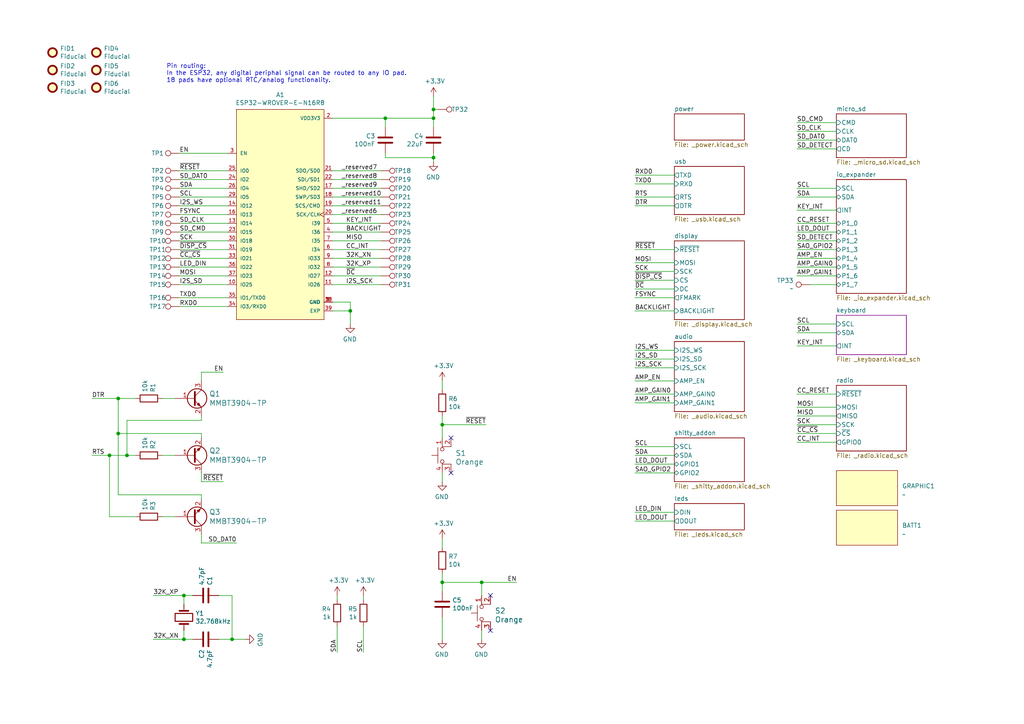
<source format=kicad_sch>
(kicad_sch (version 20230221) (generator eeschema)
  (paper "A4")
  (lib_symbols
    (symbol "Connector:TestPoint" (pin_numbers hide) (pin_names (offset 0.762) hide)
      (property "Reference" "TP" (at 0 6.858 0))
      (property "Value" "TestPoint" (at 0 5.08 0))
      (symbol "TestPoint_0_1"
        (circle (center 0 3.302) (radius 0.762))
      )
      (symbol "TestPoint_1_1"
        (pin passive line (at 0 0 90) (length 2.54) (name "1") (number "1"))
      )
    )
    (symbol "Device:C" (pin_numbers hide) (pin_names (offset 0.254))
      (property "Reference" "C" (at 0.635 2.54 0))
      (property "Value" "C" (at 0.635 -2.54 0))
      (symbol "C_0_1"
        (polyline (pts (xy -2.032 -0.762) (xy 2.032 -0.762)) (stroke (width 0.508)))
        (polyline (pts (xy -2.032 0.762) (xy 2.032 0.762)) (stroke (width 0.508)))
      )
      (symbol "C_1_1"
        (pin passive line (at 0 3.81 270) (length 2.794) (name "~") (number "1"))
        (pin passive line (at 0 -3.81 90) (length 2.794) (name "~") (number "2"))
      )
    )
    (symbol "Device:Crystal" (pin_numbers hide) (pin_names (offset 1.016) hide)
      (property "Reference" "Y" (at 0 3.81 0))
      (property "Value" "Crystal" (at 0 -3.81 0))
      (symbol "Crystal_0_1"
        (rectangle (start -1.143 2.54) (end 1.143 -2.54) (stroke (width 0.3048)))
        (polyline (pts (xy -2.54 0) (xy -1.905 0)))
        (polyline (pts (xy -1.905 -1.27) (xy -1.905 1.27)) (stroke (width 0.508)))
        (polyline (pts (xy 1.905 -1.27) (xy 1.905 1.27)) (stroke (width 0.508)))
        (polyline (pts (xy 2.54 0) (xy 1.905 0)))
      )
      (symbol "Crystal_1_1"
        (pin passive line (at -3.81 0 0) (length 1.27) (name "1") (number "1"))
        (pin passive line (at 3.81 0 180) (length 1.27) (name "2") (number "2"))
      )
    )
    (symbol "Device:Q_NPN_BEC" (pin_names (offset 0) hide)
      (property "Reference" "Q" (at 5.08 1.27 0))
      (property "Value" "Q_NPN_BEC" (at 5.08 -1.27 0))
      (symbol "Q_NPN_BEC_0_1"
        (polyline (pts (xy 0.635 0.635) (xy 2.54 2.54)))
        (polyline (pts (xy 0.635 -0.635) (xy 2.54 -2.54) (xy 2.54 -2.54)))
        (polyline (pts (xy 0.635 1.905) (xy 0.635 -1.905) (xy 0.635 -1.905)) (stroke (width 0.508)))
        (polyline (pts (xy 1.27 -1.778) (xy 1.778 -1.27) (xy 2.286 -2.286) (xy 1.27 -1.778) (xy 1.27 -1.778)) (fill (type outline)))
        (circle (center 1.27 0) (radius 2.8194) (stroke (width 0.254)))
      )
      (symbol "Q_NPN_BEC_1_1"
        (pin input line (at -5.08 0 0) (length 5.715) (name "B") (number "1"))
        (pin passive line (at 2.54 -5.08 90) (length 2.54) (name "E") (number "2"))
        (pin passive line (at 2.54 5.08 270) (length 2.54) (name "C") (number "3"))
      )
    )
    (symbol "Device:R" (pin_numbers hide) (pin_names (offset 0))
      (property "Reference" "R" (at 2.032 0 90))
      (property "Value" "R" (at 0 0 90))
      (symbol "R_0_1"
        (rectangle (start -1.016 -2.54) (end 1.016 2.54) (stroke (width 0.254)))
      )
      (symbol "R_1_1"
        (pin passive line (at 0 3.81 270) (length 1.27) (name "~") (number "1"))
        (pin passive line (at 0 -3.81 90) (length 1.27) (name "~") (number "2"))
      )
    )
    (symbol "Mechanical:Fiducial"
      (property "Reference" "FID" (at 0 5.08 0))
      (property "Value" "Fiducial" (at 0 3.175 0))
      (symbol "Fiducial_0_1"
        (circle (center 0 0) (radius 1.27) (stroke (width 0.508)) (fill (type background)))
      )
    )
    (symbol "Switch:SW_MEC_5E" (pin_names (offset 1.016) hide)
      (property "Reference" "SW" (at 0.635 5.715 0))
      (property "Value" "SW_MEC_5E" (at 0 -3.175 0))
      (symbol "SW_MEC_5E_0_1"
        (circle (center -1.778 2.54) (radius 0.508))
        (polyline (pts (xy -2.286 3.81) (xy 2.286 3.81)))
        (polyline (pts (xy 0 3.81) (xy 0 5.588)))
        (polyline (pts (xy -2.54 0) (xy -2.54 2.54) (xy -2.286 2.54)))
        (polyline (pts (xy 2.54 0) (xy 2.54 2.54) (xy 2.286 2.54)))
        (circle (center 1.778 2.54) (radius 0.508))
        (pin passive line (at -5.08 2.54 0) (length 2.54) (name "1") (number "1"))
        (pin passive line (at -5.08 0 0) (length 2.54) (name "2") (number "2"))
        (pin passive line (at 5.08 0 180) (length 2.54) (name "K") (number "3"))
        (pin passive line (at 5.08 2.54 180) (length 2.54) (name "A") (number "4"))
      )
    )
    (symbol "j_Display:Display_dummy" (pin_names (offset 1.016))
      (property "Reference" "U" (at 0 0 0))
      (property "Value" "Display_dummy" (at 0 0 0))
      (symbol "Display_dummy_0_1"
        (rectangle (start -8.89 5.08) (end 8.89 -5.08) (fill (type background)))
      )
    )
    (symbol "j_RF_Module:ESP32-WROVER-I" (pin_names (offset 1.016))
      (property "Reference" "A" (at -12.7 30.48 0))
      (property "Value" "ESP32-WROVER-I" (at -12.7254 -33.1216 0))
      (symbol "ESP32-WROVER-I_0_0"
        (pin power_in line (at 15.24 -25.4 180) (length 2.54) (name "GND") (number "1"))
        (pin bidirectional line (at -15.24 -20.32 0) (length 2.54) (name "IO25") (number "10"))
        (pin bidirectional line (at 15.24 -20.32 180) (length 2.54) (name "IO26") (number "11"))
        (pin bidirectional line (at 15.24 -17.78 180) (length 2.54) (name "IO27") (number "12"))
        (pin bidirectional line (at -15.24 -2.54 0) (length 2.54) (name "IO14") (number "13"))
        (pin bidirectional line (at -15.24 2.54 0) (length 2.54) (name "IO12") (number "14"))
        (pin power_in line (at 15.24 -25.4 180) (length 2.54) (name "GND") (number "15"))
        (pin bidirectional line (at -15.24 0 0) (length 2.54) (name "IO13") (number "16"))
        (pin bidirectional line (at 15.24 7.62 180) (length 2.54) (name "SHD/SD2") (number "17"))
        (pin bidirectional line (at 15.24 5.08 180) (length 2.54) (name "SWP/SD3") (number "18"))
        (pin bidirectional line (at 15.24 2.54 180) (length 2.54) (name "SCS/CMD") (number "19"))
        (pin power_in line (at 15.24 27.94 180) (length 2.54) (name "VDD3V3") (number "2"))
        (pin bidirectional clock (at 15.24 0 180) (length 2.54) (name "SCK/CLK") (number "20"))
        (pin bidirectional line (at 15.24 12.7 180) (length 2.54) (name "SDO/SD0") (number "21"))
        (pin bidirectional line (at 15.24 10.16 180) (length 2.54) (name "SDI/SD1") (number "22"))
        (pin bidirectional line (at -15.24 -5.08 0) (length 2.54) (name "IO15") (number "23"))
        (pin bidirectional line (at -15.24 10.16 0) (length 2.54) (name "IO2") (number "24"))
        (pin bidirectional line (at -15.24 12.7 0) (length 2.54) (name "IO0") (number "25"))
        (pin bidirectional line (at -15.24 7.62 0) (length 2.54) (name "IO4") (number "26"))
        (pin bidirectional line (at -15.24 5.08 0) (length 2.54) (name "IO5") (number "29"))
        (pin input line (at -15.24 17.78 0) (length 2.54) (name "EN") (number "3"))
        (pin bidirectional line (at -15.24 -7.62 0) (length 2.54) (name "IO18") (number "30"))
        (pin bidirectional line (at -15.24 -10.16 0) (length 2.54) (name "IO19") (number "31"))
        (pin bidirectional line (at -15.24 -12.7 0) (length 2.54) (name "IO21") (number "33"))
        (pin bidirectional line (at -15.24 -26.67 0) (length 2.54) (name "IO3/RXD0") (number "34"))
        (pin bidirectional line (at -15.24 -24.13 0) (length 2.54) (name "IO1/TXD0") (number "35"))
        (pin bidirectional line (at -15.24 -15.24 0) (length 2.54) (name "IO22") (number "36"))
        (pin bidirectional line (at -15.24 -17.78 0) (length 2.54) (name "IO23") (number "37"))
        (pin power_in line (at 15.24 -25.4 180) (length 2.54) (name "GND") (number "38"))
        (pin power_in line (at 15.24 -27.94 180) (length 2.54) (name "EXP") (number "39"))
        (pin input line (at 15.24 -5.08 180) (length 2.54) (name "I36") (number "4"))
        (pin input line (at 15.24 -2.54 180) (length 2.54) (name "I39") (number "5"))
        (pin input line (at 15.24 -10.16 180) (length 2.54) (name "I34") (number "6"))
        (pin input line (at 15.24 -7.62 180) (length 2.54) (name "I35") (number "7"))
        (pin bidirectional line (at 15.24 -15.24 180) (length 2.54) (name "IO32") (number "8"))
        (pin bidirectional line (at 15.24 -12.7 180) (length 2.54) (name "IO33") (number "9"))
      )
      (symbol "ESP32-WROVER-I_1_1"
        (rectangle (start -12.7 30.48) (end -12.7 30.48))
        (rectangle (start -12.7 30.48) (end 12.7 -30.48) (fill (type background)))
      )
    )
    (symbol "power:+3.3V" (power) (pin_names (offset 0))
      (property "Value" "+3.3V" (at 0 3.556 0))
      (symbol "+3.3V_0_1"
        (polyline (pts (xy -0.762 1.27) (xy 0 2.54)))
        (polyline (pts (xy 0 0) (xy 0 2.54)))
        (polyline (pts (xy 0 2.54) (xy 0.762 1.27)))
      )
      (symbol "+3.3V_1_1"
        (pin power_in line (at 0 0 90) (length 0) hide (name "+3.3V") (number "1"))
      )
    )
    (symbol "power:GND" (power) (pin_names (offset 0))
      (property "Value" "GND" (at 0 -3.81 0))
      (symbol "GND_0_1"
        (polyline (pts (xy 0 0) (xy 0 -1.27) (xy 1.27 -1.27) (xy 0 -2.54) (xy -1.27 -1.27) (xy 0 -1.27)))
      )
      (symbol "GND_1_1"
        (pin power_in line (at 0 0 270) (length 0) hide (name "GND") (number "1"))
      )
    )
  )
  (junction (at 128.27 168.91))
  (junction (at 128.27 123.19))
  (junction (at 34.29 115.57))
  (junction (at 125.73 31.75))
  (junction (at 101.6 90.17))
  (junction (at 125.73 45.72))
  (junction (at 53.34 185.42))
  (junction (at 67.31 185.42))
  (junction (at 125.73 34.29))
  (junction (at 36.83 132.08))
  (junction (at 53.34 172.72))
  (junction (at 139.7 168.91))
  (junction (at 111.76 34.29))
  (junction (at 34.29 125.73))
  (junction (at 31.75 132.08))
  (no_connect (at 130.81 137.16))
  (no_connect (at 142.24 172.72))
  (no_connect (at 130.81 127))
  (no_connect (at 142.24 182.88))
  (wire (pts (xy 195.58 129.54) (xy 184.15 129.54)))
  (wire (pts (xy 128.27 166.37) (xy 128.27 168.91)))
  (wire (pts (xy 242.57 120.65) (xy 231.14 120.65)))
  (wire (pts (xy 105.41 181.61) (xy 105.41 189.23)))
  (wire (pts (xy 125.73 46.99) (xy 125.73 45.72)))
  (wire (pts (xy 53.34 182.88) (xy 53.34 185.42)))
  (wire (pts (xy 55.88 185.42) (xy 53.34 185.42)))
  (wire (pts (xy 58.42 139.7) (xy 64.77 139.7)))
  (wire (pts (xy 242.57 72.39) (xy 231.14 72.39)))
  (wire (pts (xy 242.57 74.93) (xy 231.14 74.93)))
  (wire (pts (xy 52.07 82.55) (xy 66.04 82.55)))
  (wire (pts (xy 195.58 59.69) (xy 184.15 59.69)))
  (wire (pts (xy 67.31 185.42) (xy 67.31 172.72)))
  (wire (pts (xy 66.04 54.61) (xy 52.07 54.61)))
  (wire (pts (xy 184.15 57.15) (xy 195.58 57.15)))
  (wire (pts (xy 58.42 121.92) (xy 36.83 121.92)))
  (wire (pts (xy 96.52 57.15) (xy 110.49 57.15)))
  (wire (pts (xy 58.42 143.51) (xy 58.42 144.78)))
  (wire (pts (xy 58.42 107.95) (xy 64.77 107.95)))
  (wire (pts (xy 52.07 88.9) (xy 66.04 88.9)))
  (wire (pts (xy 50.8 149.86) (xy 46.99 149.86)))
  (wire (pts (xy 67.31 185.42) (xy 71.12 185.42)))
  (wire (pts (xy 184.15 132.08) (xy 195.58 132.08)))
  (wire (pts (xy 111.76 34.29) (xy 111.76 36.83)))
  (wire (pts (xy 66.04 67.31) (xy 52.07 67.31)))
  (wire (pts (xy 184.15 134.62) (xy 195.58 134.62)))
  (wire (pts (xy 231.14 60.96) (xy 242.57 60.96)))
  (wire (pts (xy 128.27 168.91) (xy 128.27 171.45)))
  (wire (pts (xy 128.27 137.16) (xy 128.27 139.7)))
  (wire (pts (xy 55.88 172.72) (xy 53.34 172.72)))
  (wire (pts (xy 128.27 156.21) (xy 128.27 158.75)))
  (wire (pts (xy 231.14 114.3) (xy 242.57 114.3)))
  (wire (pts (xy 125.73 44.45) (xy 125.73 45.72)))
  (wire (pts (xy 195.58 81.28) (xy 184.15 81.28)))
  (wire (pts (xy 195.58 110.49) (xy 184.15 110.49)))
  (wire (pts (xy 242.57 118.11) (xy 231.14 118.11)))
  (wire (pts (xy 139.7 168.91) (xy 139.7 172.72)))
  (wire (pts (xy 66.04 69.85) (xy 52.07 69.85)))
  (wire (pts (xy 96.52 54.61) (xy 110.49 54.61)))
  (wire (pts (xy 105.41 172.72) (xy 105.41 173.99)))
  (wire (pts (xy 242.57 82.55) (xy 234.95 82.55)))
  (wire (pts (xy 231.14 77.47) (xy 242.57 77.47)))
  (wire (pts (xy 67.31 172.72) (xy 63.5 172.72)))
  (wire (pts (xy 231.14 43.18) (xy 242.57 43.18)))
  (wire (pts (xy 231.14 35.56) (xy 242.57 35.56)))
  (wire (pts (xy 139.7 185.42) (xy 139.7 182.88)))
  (wire (pts (xy 96.52 62.23) (xy 110.49 62.23)))
  (wire (pts (xy 58.42 125.73) (xy 34.29 125.73)))
  (wire (pts (xy 231.14 38.1) (xy 242.57 38.1)))
  (wire (pts (xy 139.7 168.91) (xy 149.86 168.91)))
  (wire (pts (xy 52.07 86.36) (xy 66.04 86.36)))
  (wire (pts (xy 128.27 123.19) (xy 128.27 127)))
  (wire (pts (xy 58.42 143.51) (xy 34.29 143.51)))
  (wire (pts (xy 96.52 64.77) (xy 110.49 64.77)))
  (wire (pts (xy 34.29 125.73) (xy 34.29 115.57)))
  (wire (pts (xy 128.27 120.65) (xy 128.27 123.19)))
  (wire (pts (xy 195.58 72.39) (xy 184.15 72.39)))
  (wire (pts (xy 36.83 132.08) (xy 31.75 132.08)))
  (wire (pts (xy 184.15 137.16) (xy 195.58 137.16)))
  (wire (pts (xy 53.34 172.72) (xy 44.45 172.72)))
  (wire (pts (xy 96.52 59.69) (xy 110.49 59.69)))
  (wire (pts (xy 97.79 181.61) (xy 97.79 189.23)))
  (wire (pts (xy 58.42 125.73) (xy 58.42 127)))
  (wire (pts (xy 128.27 179.07) (xy 128.27 185.42)))
  (wire (pts (xy 195.58 76.2) (xy 184.15 76.2)))
  (wire (pts (xy 53.34 175.26) (xy 53.34 172.72)))
  (wire (pts (xy 39.37 132.08) (xy 36.83 132.08)))
  (wire (pts (xy 52.07 49.53) (xy 66.04 49.53)))
  (wire (pts (xy 66.04 74.93) (xy 52.07 74.93)))
  (wire (pts (xy 96.52 77.47) (xy 110.49 77.47)))
  (wire (pts (xy 184.15 114.3) (xy 195.58 114.3)))
  (wire (pts (xy 52.07 52.07) (xy 66.04 52.07)))
  (wire (pts (xy 96.52 69.85) (xy 110.49 69.85)))
  (wire (pts (xy 128.27 113.03) (xy 128.27 110.49)))
  (wire (pts (xy 96.52 67.31) (xy 110.49 67.31)))
  (wire (pts (xy 36.83 121.92) (xy 36.83 132.08)))
  (wire (pts (xy 66.04 64.77) (xy 52.07 64.77)))
  (wire (pts (xy 111.76 34.29) (xy 125.73 34.29)))
  (wire (pts (xy 195.58 104.14) (xy 184.15 104.14)))
  (wire (pts (xy 96.52 72.39) (xy 110.49 72.39)))
  (wire (pts (xy 111.76 44.45) (xy 111.76 45.72)))
  (wire (pts (xy 96.52 90.17) (xy 101.6 90.17)))
  (wire (pts (xy 111.76 45.72) (xy 125.73 45.72)))
  (wire (pts (xy 58.42 107.95) (xy 58.42 110.49)))
  (wire (pts (xy 58.42 137.16) (xy 58.42 139.7)))
  (wire (pts (xy 31.75 149.86) (xy 31.75 132.08)))
  (wire (pts (xy 66.04 72.39) (xy 52.07 72.39)))
  (wire (pts (xy 96.52 49.53) (xy 110.49 49.53)))
  (wire (pts (xy 195.58 151.13) (xy 184.15 151.13)))
  (wire (pts (xy 184.15 90.17) (xy 195.58 90.17)))
  (wire (pts (xy 53.34 185.42) (xy 44.45 185.42)))
  (wire (pts (xy 125.73 31.75) (xy 125.73 34.29)))
  (wire (pts (xy 242.57 125.73) (xy 231.14 125.73)))
  (wire (pts (xy 96.52 34.29) (xy 111.76 34.29)))
  (wire (pts (xy 101.6 90.17) (xy 101.6 93.98)))
  (wire (pts (xy 195.58 86.36) (xy 184.15 86.36)))
  (wire (pts (xy 101.6 87.63) (xy 101.6 90.17)))
  (wire (pts (xy 52.07 57.15) (xy 66.04 57.15)))
  (wire (pts (xy 52.07 44.45) (xy 66.04 44.45)))
  (wire (pts (xy 195.58 50.8) (xy 184.15 50.8)))
  (wire (pts (xy 66.04 77.47) (xy 52.07 77.47)))
  (wire (pts (xy 31.75 132.08) (xy 26.67 132.08)))
  (wire (pts (xy 128.27 168.91) (xy 139.7 168.91)))
  (wire (pts (xy 31.75 149.86) (xy 39.37 149.86)))
  (wire (pts (xy 96.52 80.01) (xy 110.49 80.01)))
  (wire (pts (xy 96.52 74.93) (xy 110.49 74.93)))
  (wire (pts (xy 34.29 115.57) (xy 26.67 115.57)))
  (wire (pts (xy 184.15 116.84) (xy 195.58 116.84)))
  (wire (pts (xy 242.57 128.27) (xy 231.14 128.27)))
  (wire (pts (xy 195.58 106.68) (xy 184.15 106.68)))
  (wire (pts (xy 34.29 115.57) (xy 39.37 115.57)))
  (wire (pts (xy 231.14 100.33) (xy 242.57 100.33)))
  (wire (pts (xy 195.58 78.74) (xy 184.15 78.74)))
  (wire (pts (xy 125.73 34.29) (xy 125.73 36.83)))
  (wire (pts (xy 231.14 57.15) (xy 242.57 57.15)))
  (wire (pts (xy 97.79 172.72) (xy 97.79 173.99)))
  (wire (pts (xy 128.27 123.19) (xy 140.97 123.19)))
  (wire (pts (xy 242.57 69.85) (xy 231.14 69.85)))
  (wire (pts (xy 231.14 96.52) (xy 242.57 96.52)))
  (wire (pts (xy 96.52 52.07) (xy 110.49 52.07)))
  (wire (pts (xy 58.42 154.94) (xy 58.42 157.48)))
  (wire (pts (xy 58.42 120.65) (xy 58.42 121.92)))
  (wire (pts (xy 66.04 59.69) (xy 52.07 59.69)))
  (wire (pts (xy 58.42 157.48) (xy 68.58 157.48)))
  (wire (pts (xy 231.14 80.01) (xy 242.57 80.01)))
  (wire (pts (xy 195.58 53.34) (xy 184.15 53.34)))
  (wire (pts (xy 50.8 115.57) (xy 46.99 115.57)))
  (wire (pts (xy 231.14 54.61) (xy 242.57 54.61)))
  (wire (pts (xy 242.57 123.19) (xy 231.14 123.19)))
  (wire (pts (xy 231.14 67.31) (xy 242.57 67.31)))
  (wire (pts (xy 195.58 101.6) (xy 184.15 101.6)))
  (wire (pts (xy 66.04 80.01) (xy 52.07 80.01)))
  (wire (pts (xy 50.8 132.08) (xy 46.99 132.08)))
  (wire (pts (xy 231.14 93.98) (xy 242.57 93.98)))
  (wire (pts (xy 34.29 125.73) (xy 34.29 143.51)))
  (wire (pts (xy 127 31.75) (xy 125.73 31.75)))
  (wire (pts (xy 66.04 62.23) (xy 52.07 62.23)))
  (wire (pts (xy 242.57 64.77) (xy 231.14 64.77)))
  (wire (pts (xy 125.73 27.94) (xy 125.73 31.75)))
  (wire (pts (xy 231.14 40.64) (xy 242.57 40.64)))
  (wire (pts (xy 195.58 83.82) (xy 184.15 83.82)))
  (wire (pts (xy 110.49 82.55) (xy 96.52 82.55)))
  (wire (pts (xy 96.52 87.63) (xy 101.6 87.63)))
  (wire (pts (xy 195.58 148.59) (xy 184.15 148.59)))
  (wire (pts (xy 63.5 185.42) (xy 67.31 185.42)))
  (text "Pin routing:\nIn the ESP32, any digital periphal signal can be routed to any IO pad.\n18 pads have optional RTC/analog functionality." (at 48.26 24.13 0) (effects (font (size 1.27 1.27)) (justify left bottom)))
  (label "SD_CMD" (at 52.07 67.31 0))
  (label "~{RESET}" (at 184.15 72.39 0))
  (label "I2S_SCK" (at 100.33 82.55 0))
  (label "FSYNC" (at 52.07 62.23 0))
  (label "I2S_SD" (at 52.07 82.55 0))
  (label "AMP_EN" (at 184.15 110.49 0))
  (label "AMP_GAIN0" (at 231.14 77.47 0))
  (label "SD_CLK" (at 52.07 64.77 0))
  (label "EN" (at 64.77 107.95 180))
  (label "CC_RESET" (at 231.14 64.77 0))
  (label "SCL" (at 231.14 54.61 0))
  (label "SD_DAT0" (at 52.07 52.07 0))
  (label "~{RESET}" (at 140.97 123.19 180))
  (label "MOSI" (at 231.14 118.11 0))
  (label "LED_DOUT" (at 184.15 151.13 0))
  (label "DTR" (at 26.67 115.57 0))
  (label "~{CC_CS}" (at 52.07 74.93 0))
  (label "BACKLIGHT" (at 184.15 90.17 0))
  (label "KEY_INT" (at 231.14 100.33 0))
  (label "MISO" (at 231.14 120.65 0))
  (label "KEY_INT" (at 100.33 64.77 0))
  (label "SDA" (at 231.14 57.15 0))
  (label "AMP_GAIN1" (at 231.14 80.01 0))
  (label "SD_DETECT" (at 231.14 69.85 0))
  (label "EN" (at 52.07 44.45 0))
  (label "_reserved11" (at 99.06 59.69 0))
  (label "SCK" (at 231.14 123.19 0))
  (label "SCL" (at 184.15 129.54 0))
  (label "CC_INT" (at 231.14 128.27 0))
  (label "SCK" (at 52.07 69.85 0))
  (label "_reserved9" (at 99.06 54.61 0))
  (label "MISO" (at 100.33 69.85 0))
  (label "AMP_EN" (at 231.14 74.93 0))
  (label "_reserved6" (at 99.06 62.23 0))
  (label "MOSI" (at 52.07 80.01 0))
  (label "SDA" (at 52.07 54.61 0))
  (label "_reserved10" (at 99.06 57.15 0))
  (label "SDA" (at 231.14 96.52 0))
  (label "EN" (at 149.86 168.91 180))
  (label "~{RESET}" (at 64.77 139.7 180))
  (label "SCL" (at 52.07 57.15 0))
  (label "SCL" (at 105.41 189.23 90))
  (label "LED_DOUT" (at 231.14 67.31 0))
  (label "_reserved7" (at 99.06 49.53 0))
  (label "MOSI" (at 184.15 76.2 0))
  (label "RTS" (at 184.15 57.15 0))
  (label "LED_DIN" (at 52.07 77.47 0))
  (label "I2S_WS" (at 184.15 101.6 0))
  (label "I2S_SD" (at 184.15 104.14 0))
  (label "~{CC_CS}" (at 231.14 125.73 0))
  (label "SD_DETECT" (at 231.14 43.18 0))
  (label "SDA" (at 97.79 189.23 90))
  (label "AMP_GAIN1" (at 184.15 116.84 0))
  (label "32K_XN" (at 44.45 185.42 0))
  (label "~{RESET}" (at 52.07 49.53 0))
  (label "RTS" (at 26.67 132.08 0))
  (label "I2S_WS" (at 52.07 59.69 0))
  (label "BACKLIGHT" (at 100.33 67.31 0))
  (label "~{DC}" (at 100.33 80.01 0))
  (label "~{DISP_CS}" (at 52.07 72.39 0))
  (label "I2S_SCK" (at 184.15 106.68 0))
  (label "DTR" (at 184.15 59.69 0))
  (label "LED_DIN" (at 184.15 148.59 0))
  (label "~{DISP_CS}" (at 184.15 81.28 0))
  (label "32K_XN" (at 100.33 74.93 0))
  (label "SD_CMD" (at 231.14 35.56 0))
  (label "~{DC}" (at 184.15 83.82 0))
  (label "SD_DAT0" (at 231.14 40.64 0))
  (label "SAO_GPIO2" (at 184.15 137.16 0))
  (label "32K_XP" (at 44.45 172.72 0))
  (label "LED_DOUT" (at 184.15 134.62 0))
  (label "CC_RESET" (at 231.14 114.3 0))
  (label "SDA" (at 184.15 132.08 0))
  (label "SD_CLK" (at 231.14 38.1 0))
  (label "SAO_GPIO2" (at 231.14 72.39 0))
  (label "SD_DAT0" (at 68.58 157.48 180))
  (label "RXD0" (at 52.07 88.9 0))
  (label "CC_INT" (at 100.33 72.39 0))
  (label "KEY_INT" (at 231.14 60.96 0))
  (label "_reserved8" (at 99.06 52.07 0))
  (label "AMP_GAIN0" (at 184.15 114.3 0))
  (label "FSYNC" (at 184.15 86.36 0))
  (label "TXD0" (at 52.07 86.36 0))
  (label "SCL" (at 231.14 93.98 0))
  (label "SCK" (at 184.15 78.74 0))
  (label "32K_XP" (at 100.33 77.47 0))
  (label "RXD0" (at 184.15 50.8 0))
  (label "TXD0" (at 184.15 53.34 0))
  (symbol (lib_id "j_RF_Module:ESP32-WROVER-I") (at 81.28 62.23 0) (unit 1)
    (property "Reference" "A1" (at 81.28 27.5082 0))
    (property "Value" "ESP32-WROVER-E-N16R8" (at 81.28 29.8196 0))
    (property "Footprint" "jeffmakes-footprints:ESP32-WROVER-I" (effects hide))
    (property "Datasheet" "Module Espressif Systems" (effects hide))
    (property "Field4" "https://www.digikey.com/product-detail/en/espressif-systems/ESP32-WROVER-I/1904-1008-1-ND/8544303?utm_source=snapeda&utm_medium=aggregator&utm_campaign=symbol" (effects hide))
    (property "MPN" "ESP32-WROVER-E-N16R8" (effects hide))
    (property "Field6" "Module: combo; GPIO, I2C x2, I2S x2, SDIO, SPI x3, UART x3; U.FL" (effects hide))
    (property "Manufacturer" "Espressif" (effects hide))
    (property "Digikey" "1965-ESP32-WROVER-E-N16R8TR-ND" (effects hide))
    (property "LCSC" "C529589" (effects hide))
  )
  (symbol (lib_id "power:+3.3V") (at 97.79 172.72 0) (unit 1)
    (property "Reference" "#PWR02" (effects hide))
    (property "Value" "+3.3V" (at 98.171 168.3258 0))
  )
  (symbol (lib_id "Device:R") (at 97.79 177.8 0) (mirror y) (unit 1)
    (property "Reference" "R4" (at 96.012 176.6316 0) (effects (justify left)))
    (property "Value" "1k" (at 96.012 178.943 0) (effects (justify left)))
    (property "Footprint" "Resistor_SMD:R_0402_1005Metric" (effects hide))
  )
  (symbol (lib_id "Device:R") (at 105.41 177.8 0) (mirror y) (unit 1)
    (property "Reference" "R5" (at 103.632 176.6316 0) (effects (justify left)))
    (property "Value" "1k" (at 103.632 178.943 0) (effects (justify left)))
    (property "Footprint" "Resistor_SMD:R_0402_1005Metric" (effects hide))
  )
  (symbol (lib_id "power:+3.3V") (at 105.41 172.72 0) (unit 1)
    (property "Reference" "#PWR04" (effects hide))
    (property "Value" "+3.3V" (at 105.791 168.3258 0))
  )
  (symbol (lib_id "power:+3.3V") (at 128.27 156.21 0) (unit 1)
    (property "Reference" "#PWR09" (effects hide))
    (property "Value" "+3.3V" (at 128.651 151.8158 0))
  )
  (symbol (lib_id "Device:R") (at 128.27 162.56 0) (unit 1)
    (property "Reference" "R7" (at 130.048 161.3916 0) (effects (justify left)))
    (property "Value" "10k" (at 130.048 163.703 0) (effects (justify left)))
    (property "Footprint" "Resistor_SMD:R_0402_1005Metric" (effects hide))
  )
  (symbol (lib_id "Device:Q_NPN_BEC") (at 55.88 115.57 0) (unit 1)
    (property "Reference" "Q1" (at 60.6552 114.2238 0) (effects (font (size 1.524 1.524)) (justify left)))
    (property "Value" "MMBT3904-TP" (at 60.6552 116.9162 0) (effects (font (size 1.524 1.524)) (justify left)))
    (property "Footprint" "Package_TO_SOT_SMD:SOT-23" (effects hide))
    (property "Digi-Key_PN" "MMBT3904TPMSCT-ND" (effects hide))
    (property "MPN" "MMBT3904-TP" (effects hide))
    (property "Category" "Discrete Semiconductor Products" (effects hide))
    (property "Family" "Transistors - Bipolar (BJT) - Single" (effects hide))
    (property "DK_Datasheet_Link" "http://www.mccsemi.com/up_pdf/MMBT3904(SOT-23).pdf" (effects hide))
    (property "DK_Detail_Page" "/product-detail/en/micro-commercial-co/MMBT3904-TP/MMBT3904TPMSCT-ND/717395" (effects hide))
    (property "Description" "TRANS NPN 40V 0.2A SOT23" (effects hide))
    (property "Manufacturer" "Micro Commercial Co" (effects hide))
    (property "Status" "Active" (effects hide))
    (property "LCSC" "C909754" (effects hide))
  )
  (symbol (lib_id "Device:Q_NPN_BEC") (at 55.88 132.08 0) (mirror x) (unit 1)
    (property "Reference" "Q2" (at 60.6552 130.7338 0) (effects (font (size 1.524 1.524)) (justify left)))
    (property "Value" "MMBT3904-TP" (at 60.6552 133.4262 0) (effects (font (size 1.524 1.524)) (justify left)))
    (property "Footprint" "Package_TO_SOT_SMD:SOT-23" (effects hide))
    (property "Digi-Key_PN" "MMBT3904TPMSCT-ND" (effects hide))
    (property "MPN" "MMBT3904-TP" (effects hide))
    (property "Category" "Discrete Semiconductor Products" (effects hide))
    (property "Family" "Transistors - Bipolar (BJT) - Single" (effects hide))
    (property "DK_Datasheet_Link" "http://www.mccsemi.com/up_pdf/MMBT3904(SOT-23).pdf" (effects hide))
    (property "DK_Detail_Page" "/product-detail/en/micro-commercial-co/MMBT3904-TP/MMBT3904TPMSCT-ND/717395" (effects hide))
    (property "Description" "TRANS NPN 40V 0.2A SOT23" (effects hide))
    (property "Manufacturer" "Micro Commercial Co" (effects hide))
    (property "Status" "Active" (effects hide))
    (property "LCSC" "C909754" (effects hide))
  )
  (symbol (lib_id "Device:R") (at 43.18 115.57 270) (mirror x) (unit 1)
    (property "Reference" "R1" (at 44.3484 113.792 0) (effects (justify left)))
    (property "Value" "10k" (at 42.037 113.792 0) (effects (justify left)))
    (property "Footprint" "Resistor_SMD:R_0402_1005Metric" (effects hide))
  )
  (symbol (lib_id "Device:Crystal") (at 53.34 179.07 270) (unit 1)
    (property "Reference" "Y1" (at 56.6674 177.9016 90) (effects (justify left)))
    (property "Value" "32.768kHz" (at 56.6674 180.213 90) (effects (justify left)))
    (property "Footprint" "Crystal:Crystal_SMD_3215-2Pin_3.2x1.5mm" (effects hide))
    (property "MPN" "Q13FC1350000200" (effects hide))
    (property "LCSC" "C48615" (effects hide))
    (property "Manufacturer" "Seiko Epson" (effects hide))
  )
  (symbol (lib_id "Device:C") (at 59.69 172.72 270) (mirror x) (unit 1)
    (property "Reference" "C1" (at 60.8584 169.799 0) (effects (justify left)))
    (property "Value" "4.7pF" (at 58.547 169.799 0) (effects (justify left)))
    (property "Footprint" "Capacitor_SMD:C_0402_1005Metric" (effects hide))
    (property "Tempco" "C0G" (effects hide))
  )
  (symbol (lib_id "Device:Q_NPN_BEC") (at 55.88 149.86 0) (mirror x) (unit 1)
    (property "Reference" "Q3" (at 60.6552 148.5138 0) (effects (font (size 1.524 1.524)) (justify left)))
    (property "Value" "MMBT3904-TP" (at 60.6552 151.2062 0) (effects (font (size 1.524 1.524)) (justify left)))
    (property "Footprint" "Package_TO_SOT_SMD:SOT-23" (effects hide))
    (property "Digi-Key_PN" "MMBT3904TPMSCT-ND" (effects hide))
    (property "MPN" "MMBT3904-TP" (effects hide))
    (property "Category" "Discrete Semiconductor Products" (effects hide))
    (property "Family" "Transistors - Bipolar (BJT) - Single" (effects hide))
    (property "DK_Datasheet_Link" "http://www.mccsemi.com/up_pdf/MMBT3904(SOT-23).pdf" (effects hide))
    (property "DK_Detail_Page" "/product-detail/en/micro-commercial-co/MMBT3904-TP/MMBT3904TPMSCT-ND/717395" (effects hide))
    (property "Description" "TRANS NPN 40V 0.2A SOT23" (effects hide))
    (property "Manufacturer" "Micro Commercial Co" (effects hide))
    (property "Status" "Active" (effects hide))
    (property "LCSC" "C909754" (effects hide))
  )
  (symbol (lib_id "Device:R") (at 43.18 149.86 270) (mirror x) (unit 1)
    (property "Reference" "R3" (at 44.3484 148.082 0) (effects (justify left)))
    (property "Value" "10k" (at 42.037 148.082 0) (effects (justify left)))
    (property "Footprint" "Resistor_SMD:R_0402_1005Metric" (effects hide))
  )
  (symbol (lib_id "Connector:TestPoint") (at 52.07 44.45 90) (unit 1) (in_bom no)
    (property "Reference" "TP1" (at 45.72 44.45 90))
    (property "Footprint" "jeffmakes-footprints:test-pad-D1.4" (effects hide))
  )
  (symbol (lib_id "Connector:TestPoint") (at 52.07 49.53 90) (unit 1) (in_bom no)
    (property "Reference" "TP2" (at 45.72 49.53 90))
    (property "Footprint" "jeffmakes-footprints:test-pad-D1.4" (effects hide))
  )
  (symbol (lib_id "Connector:TestPoint") (at 52.07 52.07 90) (unit 1) (in_bom no)
    (property "Reference" "TP3" (at 45.72 52.07 90))
    (property "Footprint" "jeffmakes-footprints:test-pad-D1.4" (effects hide))
  )
  (symbol (lib_id "Connector:TestPoint") (at 52.07 54.61 90) (unit 1) (in_bom no)
    (property "Reference" "TP4" (at 45.72 54.61 90))
    (property "Footprint" "jeffmakes-footprints:test-pad-D1.4" (effects hide))
  )
  (symbol (lib_id "Connector:TestPoint") (at 52.07 57.15 90) (unit 1) (in_bom no)
    (property "Reference" "TP5" (at 45.72 57.15 90))
    (property "Footprint" "jeffmakes-footprints:test-pad-D1.4" (effects hide))
  )
  (symbol (lib_id "Connector:TestPoint") (at 52.07 67.31 90) (unit 1) (in_bom no)
    (property "Reference" "TP9" (at 45.72 67.31 90))
    (property "Footprint" "jeffmakes-footprints:test-pad-D1.4" (effects hide))
  )
  (symbol (lib_id "Connector:TestPoint") (at 52.07 69.85 90) (unit 1) (in_bom no)
    (property "Reference" "TP10" (at 45.72 69.85 90))
    (property "Footprint" "jeffmakes-footprints:test-pad-D1.4" (effects hide))
  )
  (symbol (lib_id "Connector:TestPoint") (at 52.07 72.39 90) (unit 1) (in_bom no)
    (property "Reference" "TP11" (at 45.72 72.39 90))
    (property "Footprint" "jeffmakes-footprints:test-pad-D1.4" (effects hide))
  )
  (symbol (lib_id "Connector:TestPoint") (at 52.07 74.93 90) (unit 1) (in_bom no)
    (property "Reference" "TP12" (at 45.72 74.93 90))
    (property "Footprint" "jeffmakes-footprints:test-pad-D1.4" (effects hide))
  )
  (symbol (lib_id "Connector:TestPoint") (at 52.07 80.01 90) (unit 1) (in_bom no)
    (property "Reference" "TP14" (at 45.72 80.01 90))
    (property "Footprint" "jeffmakes-footprints:test-pad-D1.4" (effects hide))
  )
  (symbol (lib_id "Connector:TestPoint") (at 110.49 62.23 270) (unit 1) (in_bom no)
    (property "Reference" "TP23" (at 116.84 62.23 90))
    (property "Footprint" "jeffmakes-footprints:test-pad-D1.4" (effects hide))
  )
  (symbol (lib_id "Connector:TestPoint") (at 110.49 67.31 270) (unit 1) (in_bom no)
    (property "Reference" "TP25" (at 116.84 67.31 90))
    (property "Footprint" "jeffmakes-footprints:test-pad-D1.4" (effects hide))
  )
  (symbol (lib_id "Connector:TestPoint") (at 110.49 69.85 270) (unit 1) (in_bom no)
    (property "Reference" "TP26" (at 116.84 69.85 90))
    (property "Footprint" "jeffmakes-footprints:test-pad-D1.4" (effects hide))
  )
  (symbol (lib_id "Connector:TestPoint") (at 110.49 74.93 270) (unit 1) (in_bom no)
    (property "Reference" "TP28" (at 116.84 74.93 90))
    (property "Footprint" "jeffmakes-footprints:test-pad-D1.4" (effects hide))
  )
  (symbol (lib_id "Connector:TestPoint") (at 110.49 77.47 270) (unit 1) (in_bom no)
    (property "Reference" "TP29" (at 116.84 77.47 90))
    (property "Footprint" "jeffmakes-footprints:test-pad-D1.4" (effects hide))
  )
  (symbol (lib_id "Connector:TestPoint") (at 110.49 80.01 270) (unit 1) (in_bom no)
    (property "Reference" "TP30" (at 116.84 80.01 90))
    (property "Footprint" "jeffmakes-footprints:test-pad-D1.4" (effects hide))
  )
  (symbol (lib_id "Connector:TestPoint") (at 110.49 82.55 270) (unit 1) (in_bom no)
    (property "Reference" "TP31" (at 116.84 82.55 90))
    (property "Footprint" "jeffmakes-footprints:test-pad-D1.4" (effects hide))
  )
  (symbol (lib_id "Mechanical:Fiducial") (at 15.24 15.24 0) (unit 1) (in_bom no)
    (property "Reference" "FID1" (at 17.399 14.0716 0) (effects (justify left)))
    (property "Value" "Fiducial" (at 17.399 16.383 0) (effects (justify left)))
    (property "Footprint" "Fiducial:Fiducial_1mm_Mask2mm" (effects hide))
  )
  (symbol (lib_id "Mechanical:Fiducial") (at 15.24 20.32 0) (unit 1) (in_bom no)
    (property "Reference" "FID2" (at 17.399 19.1516 0) (effects (justify left)))
    (property "Value" "Fiducial" (at 17.399 21.463 0) (effects (justify left)))
    (property "Footprint" "Fiducial:Fiducial_1mm_Mask2mm" (effects hide))
  )
  (symbol (lib_id "Mechanical:Fiducial") (at 15.24 25.4 0) (unit 1) (in_bom no)
    (property "Reference" "FID3" (at 17.399 24.2316 0) (effects (justify left)))
    (property "Value" "Fiducial" (at 17.399 26.543 0) (effects (justify left)))
    (property "Footprint" "Fiducial:Fiducial_1mm_Mask2mm" (effects hide))
  )
  (symbol (lib_id "Mechanical:Fiducial") (at 27.94 15.24 0) (unit 1) (in_bom no)
    (property "Reference" "FID4" (at 30.099 14.0716 0) (effects (justify left)))
    (property "Value" "Fiducial" (at 30.099 16.383 0) (effects (justify left)))
    (property "Footprint" "Fiducial:Fiducial_1mm_Mask2mm" (effects hide))
  )
  (symbol (lib_id "Mechanical:Fiducial") (at 27.94 20.32 0) (unit 1) (in_bom no)
    (property "Reference" "FID5" (at 30.099 19.1516 0) (effects (justify left)))
    (property "Value" "Fiducial" (at 30.099 21.463 0) (effects (justify left)))
    (property "Footprint" "Fiducial:Fiducial_1mm_Mask2mm" (effects hide))
  )
  (symbol (lib_id "Mechanical:Fiducial") (at 27.94 25.4 0) (unit 1) (in_bom no)
    (property "Reference" "FID6" (at 30.099 24.2316 0) (effects (justify left)))
    (property "Value" "Fiducial" (at 30.099 26.543 0) (effects (justify left)))
    (property "Footprint" "Fiducial:Fiducial_1mm_Mask2mm" (effects hide))
  )
  (symbol (lib_id "Switch:SW_MEC_5E") (at 130.81 132.08 90) (mirror x) (unit 1)
    (property "Reference" "S1" (at 132.08 131.445 90) (effects (font (size 1.524 1.524)) (justify right)))
    (property "Value" "Orange" (at 132.08 133.985 90) (effects (font (size 1.524 1.524)) (justify right)))
    (property "Footprint" "jeffmakes-footprints:SW_SPST_TACT-6x6-no-silk" (effects hide))
    (property "Datasheet" "http://www.apem.com/int/index.php?controller=attachment&id_attachment=1371" (effects hide))
    (property "Digi-Key_PN" "CKN9112CT-ND" (effects hide))
    (property "Category" "Switches" (effects hide))
    (property "Family" "Tactile Switches" (effects hide))
    (property "DK_Datasheet_Link" "https://www.ckswitches.com/media/1471/pts645.pdf" (effects hide))
    (property "DK_Detail_Page" "/product-detail/en/c-k/PTS645SM43SMTR92-LFS/CKN9112CT-ND/1146934" (effects hide))
    (property "Description" "SWITCH TACTILE SPST-NO 0.05A 12V" (effects hide))
    (property "Manufacturer" "C&K" (effects hide))
    (property "Status" "Active" (effects hide))
  )
  (symbol (lib_id "power:GND") (at 128.27 139.7 0) (mirror y) (unit 1)
    (property "Reference" "#PWR08" (effects hide))
    (property "Value" "GND" (at 128.143 144.0942 0))
  )
  (symbol (lib_id "Connector:TestPoint") (at 234.95 82.55 90) (mirror x) (unit 1) (in_bom no)
    (property "Reference" "TP33" (at 230.1748 81.3816 90) (effects (justify left)))
    (property "Value" "~" (at 230.1748 83.693 90) (effects (justify left)))
    (property "Footprint" "jeffmakes-footprints:test-pad-D1.4" (effects hide))
  )
  (symbol (lib_id "Device:R") (at 128.27 116.84 0) (unit 1)
    (property "Reference" "R6" (at 130.048 115.6716 0) (effects (justify left)))
    (property "Value" "10k" (at 130.048 117.983 0) (effects (justify left)))
    (property "Footprint" "Resistor_SMD:R_0402_1005Metric" (effects hide))
  )
  (symbol (lib_id "power:+3.3V") (at 128.27 110.49 0) (unit 1)
    (property "Reference" "#PWR07" (effects hide))
    (property "Value" "+3.3V" (at 128.651 106.0958 0))
  )
  (symbol (lib_id "Switch:SW_MEC_5E") (at 142.24 177.8 90) (mirror x) (unit 1)
    (property "Reference" "S2" (at 143.51 177.165 90) (effects (font (size 1.524 1.524)) (justify right)))
    (property "Value" "Orange" (at 143.51 179.705 90) (effects (font (size 1.524 1.524)) (justify right)))
    (property "Footprint" "jeffmakes-footprints:SW_SPST_TACT-6x6-no-silk" (effects hide))
    (property "Datasheet" "http://www.apem.com/int/index.php?controller=attachment&id_attachment=1371" (effects hide))
    (property "Digi-Key_PN" "CKN9112CT-ND" (effects hide))
    (property "Category" "Switches" (effects hide))
    (property "Family" "Tactile Switches" (effects hide))
    (property "DK_Datasheet_Link" "https://www.ckswitches.com/media/1471/pts645.pdf" (effects hide))
    (property "DK_Detail_Page" "/product-detail/en/c-k/PTS645SM43SMTR92-LFS/CKN9112CT-ND/1146934" (effects hide))
    (property "Description" "SWITCH TACTILE SPST-NO 0.05A 12V" (effects hide))
    (property "Manufacturer" "C&K" (effects hide))
    (property "Status" "Active" (effects hide))
  )
  (symbol (lib_id "power:GND") (at 128.27 185.42 0) (mirror y) (unit 1)
    (property "Reference" "#PWR010" (effects hide))
    (property "Value" "GND" (at 128.143 189.8142 0))
  )
  (symbol (lib_id "Device:C") (at 128.27 175.26 0) (unit 1)
    (property "Reference" "C5" (at 131.191 174.0916 0) (effects (justify left)))
    (property "Value" "100nF" (at 131.191 176.403 0) (effects (justify left)))
    (property "Footprint" "Capacitor_SMD:C_0402_1005Metric" (effects hide))
  )
  (symbol (lib_id "power:GND") (at 139.7 185.42 0) (mirror y) (unit 1)
    (property "Reference" "#PWR011" (effects hide))
    (property "Value" "GND" (at 139.573 189.8142 0))
  )
  (symbol (lib_id "Device:R") (at 43.18 132.08 270) (mirror x) (unit 1)
    (property "Reference" "R2" (at 44.3484 130.302 0) (effects (justify left)))
    (property "Value" "10k" (at 42.037 130.302 0) (effects (justify left)))
    (property "Footprint" "Resistor_SMD:R_0402_1005Metric" (effects hide))
  )
  (symbol (lib_id "Device:C") (at 111.76 40.64 0) (mirror y) (unit 1)
    (property "Reference" "C3" (at 108.839 39.4716 0) (effects (justify left)))
    (property "Value" "100nF" (at 108.839 41.783 0) (effects (justify left)))
    (property "Footprint" "Capacitor_SMD:C_0402_1005Metric" (effects hide))
  )
  (symbol (lib_id "Device:C") (at 125.73 40.64 0) (mirror y) (unit 1)
    (property "Reference" "C4" (at 122.809 39.4716 0) (effects (justify left)))
    (property "Value" "22uF" (at 122.809 41.783 0) (effects (justify left)))
    (property "Footprint" "Capacitor_SMD:C_0603_1608Metric" (effects hide))
  )
  (symbol (lib_id "power:GND") (at 125.73 46.99 0) (mirror y) (unit 1)
    (property "Reference" "#PWR06" (effects hide))
    (property "Value" "GND" (at 125.603 51.3842 0))
  )
  (symbol (lib_id "power:GND") (at 101.6 93.98 0) (mirror y) (unit 1)
    (property "Reference" "#PWR03" (effects hide))
    (property "Value" "GND" (at 101.473 98.3742 0))
  )
  (symbol (lib_id "Device:C") (at 59.69 185.42 90) (mirror x) (unit 1)
    (property "Reference" "C2" (at 58.5216 188.341 0) (effects (justify left)))
    (property "Value" "4.7pF" (at 60.833 188.341 0) (effects (justify left)))
    (property "Footprint" "Capacitor_SMD:C_0402_1005Metric" (effects hide))
    (property "Tempco" "C0G" (effects hide))
  )
  (symbol (lib_id "power:GND") (at 71.12 185.42 90) (mirror x) (unit 1)
    (property "Reference" "#PWR01" (effects hide))
    (property "Value" "GND" (at 75.5142 185.547 0))
  )
  (symbol (lib_id "Connector:TestPoint") (at 52.07 88.9 90) (unit 1) (in_bom no)
    (property "Reference" "TP17" (at 45.72 88.9 90))
    (property "Footprint" "jeffmakes-footprints:test-pad-D1.4" (effects hide))
  )
  (symbol (lib_id "Connector:TestPoint") (at 52.07 59.69 90) (unit 1) (in_bom no)
    (property "Reference" "TP6" (at 45.72 59.69 90))
    (property "Footprint" "jeffmakes-footprints:test-pad-D1.4" (effects hide))
  )
  (symbol (lib_id "Connector:TestPoint") (at 52.07 62.23 90) (unit 1) (in_bom no)
    (property "Reference" "TP7" (at 45.72 62.23 90))
    (property "Footprint" "jeffmakes-footprints:test-pad-D1.4" (effects hide))
  )
  (symbol (lib_id "Connector:TestPoint") (at 52.07 64.77 90) (unit 1) (in_bom no)
    (property "Reference" "TP8" (at 45.72 64.77 90))
    (property "Footprint" "jeffmakes-footprints:test-pad-D1.4" (effects hide))
  )
  (symbol (lib_id "Connector:TestPoint") (at 52.07 77.47 90) (unit 1) (in_bom no)
    (property "Reference" "TP13" (at 45.72 77.47 90))
    (property "Footprint" "jeffmakes-footprints:test-pad-D1.4" (effects hide))
  )
  (symbol (lib_id "Connector:TestPoint") (at 52.07 82.55 90) (unit 1) (in_bom no)
    (property "Reference" "TP15" (at 45.72 82.55 90))
    (property "Footprint" "jeffmakes-footprints:test-pad-D1.4" (effects hide))
  )
  (symbol (lib_id "Connector:TestPoint") (at 110.49 49.53 270) (unit 1) (in_bom no)
    (property "Reference" "TP18" (at 116.84 49.53 90))
    (property "Footprint" "jeffmakes-footprints:test-pad-D1.4" (effects hide))
  )
  (symbol (lib_id "Connector:TestPoint") (at 110.49 52.07 270) (unit 1) (in_bom no)
    (property "Reference" "TP19" (at 116.84 52.07 90))
    (property "Footprint" "jeffmakes-footprints:test-pad-D1.4" (effects hide))
  )
  (symbol (lib_id "Connector:TestPoint") (at 110.49 54.61 270) (unit 1) (in_bom no)
    (property "Reference" "TP20" (at 116.84 54.61 90))
    (property "Footprint" "jeffmakes-footprints:test-pad-D1.4" (effects hide))
  )
  (symbol (lib_id "Connector:TestPoint") (at 110.49 57.15 270) (unit 1) (in_bom no)
    (property "Reference" "TP21" (at 116.84 57.15 90))
    (property "Footprint" "jeffmakes-footprints:test-pad-D1.4" (effects hide))
  )
  (symbol (lib_id "Connector:TestPoint") (at 110.49 59.69 270) (unit 1) (in_bom no)
    (property "Reference" "TP22" (at 116.84 59.69 90))
    (property "Footprint" "jeffmakes-footprints:test-pad-D1.4" (effects hide))
  )
  (symbol (lib_id "Connector:TestPoint") (at 110.49 64.77 270) (unit 1) (in_bom no)
    (property "Reference" "TP24" (at 116.84 64.77 90))
    (property "Footprint" "jeffmakes-footprints:test-pad-D1.4" (effects hide))
  )
  (symbol (lib_id "Connector:TestPoint") (at 110.49 72.39 270) (unit 1) (in_bom no)
    (property "Reference" "TP27" (at 116.84 72.39 90))
    (property "Footprint" "jeffmakes-footprints:test-pad-D1.4" (effects hide))
  )
  (symbol (lib_id "Connector:TestPoint") (at 127 31.75 270) (unit 1) (in_bom no)
    (property "Reference" "TP32" (at 133.35 31.75 90))
    (property "Footprint" "jeffmakes-footprints:test-pad-D1.4" (effects hide))
  )
  (symbol (lib_id "power:+3.3V") (at 125.73 27.94 0) (unit 1)
    (property "Reference" "#PWR05" (effects hide))
    (property "Value" "+3.3V" (at 126.111 23.5458 0))
  )
  (symbol (lib_id "Connector:TestPoint") (at 52.07 86.36 90) (unit 1) (in_bom no)
    (property "Reference" "TP16" (at 45.72 86.36 90))
    (property "Footprint" "jeffmakes-footprints:test-pad-D1.4" (effects hide))
  )
  (symbol (lib_id "j_Display:Display_dummy") (at 251.46 141.605 0) (unit 1) (in_bom no)
    (property "Reference" "GRAPHIC1" (at 261.62 140.97 0) (effects (justify left)))
    (property "Value" "~" (at 261.62 143.51 0) (effects (justify left)))
    (property "Footprint" "tr23-svg2sz:tr23-r1-svg2sz" (effects hide))
  )
  (symbol (lib_id "j_Display:Display_dummy") (at 251.46 153.035 0) (unit 1) (in_bom no)
    (property "Reference" "BATT1" (at 261.62 152.4 0) (effects (justify left)))
    (property "Value" "~" (at 261.62 154.94 0) (effects (justify left)))
    (property "Footprint" "jeffmakes-footprints:Batt_375080_1500mAh" (effects hide))
  )
  (sheet (at 195.58 127) (size 20.32 12.7)
    (property "Sheetname" "shitty_addon" (at 195.58 126.2884 0) (effects (justify left bottom)))
    (property "Sheetfile" "_shitty_addon.kicad_sch" (at 195.58 140.2846 0) (effects (justify left top)))
    (pin "SDA" bidirectional (at 195.58 132.08 180))
    (pin "SCL" input (at 195.58 129.54 180))
    (pin "GPIO1" bidirectional (at 195.58 134.62 180))
    (pin "GPIO2" bidirectional (at 195.58 137.16 180))
  )
  (sheet (at 195.58 99.06) (size 20.32 20.32)
    (property "Sheetname" "audio" (at 195.58 98.3484 0) (effects (justify left bottom)))
    (property "Sheetfile" "_audio.kicad_sch" (at 195.58 119.9646 0) (effects (justify left top)))
    (pin "I2S_WS" input (at 195.58 101.6 180))
    (pin "I2S_SD" input (at 195.58 104.14 180))
    (pin "I2S_SCK" input (at 195.58 106.68 180))
    (pin "AMP_EN" input (at 195.58 110.49 180))
    (pin "AMP_GAIN0" input (at 195.58 114.3 180))
    (pin "AMP_GAIN1" input (at 195.58 116.84 180))
  )
  (sheet (at 195.58 33.02) (size 20.32 7.62)
    (property "Sheetname" "power" (at 195.58 32.3084 0) (effects (justify left bottom)))
    (property "Sheetfile" "_power.kicad_sch" (at 195.58 41.2246 0) (effects (justify left top)))
  )
  (sheet (at 242.57 111.76) (size 20.32 19.05)
    (property "Sheetname" "radio" (at 242.57 111.0484 0) (effects (justify left bottom)))
    (property "Sheetfile" "_radio.kicad_sch" (at 242.57 131.3946 0) (effects (justify left top)))
    (pin "MOSI" input (at 242.57 118.11 180))
    (pin "MISO" output (at 242.57 120.65 180))
    (pin "~{CS}" input (at 242.57 125.73 180))
    (pin "SCK" input (at 242.57 123.19 180))
    (pin "~{RESET}" input (at 242.57 114.3 180))
    (pin "GPIO0" output (at 242.57 128.27 180))
  )
  (sheet (at 195.58 48.26) (size 20.32 13.97)
    (property "Sheetname" "usb" (at 195.58 47.5484 0) (effects (justify left bottom)))
    (property "Sheetfile" "_usb.kicad_sch" (at 195.58 62.8146 0) (effects (justify left top)))
    (pin "RTS" output (at 195.58 57.15 180))
    (pin "RXD" input (at 195.58 53.34 180))
    (pin "TXD" output (at 195.58 50.8 180))
    (pin "DTR" output (at 195.58 59.69 180))
  )
  (sheet (at 242.57 52.07) (size 20.32 33.02)
    (property "Sheetname" "io_expander" (at 242.57 51.3584 0) (effects (justify left bottom)))
    (property "Sheetfile" "_io_expander.kicad_sch" (at 242.57 85.6746 0) (effects (justify left top)))
    (pin "SCL" input (at 242.57 54.61 180))
    (pin "SDA" bidirectional (at 242.57 57.15 180))
    (pin "P1_3" bidirectional (at 242.57 72.39 180))
    (pin "P1_2" bidirectional (at 242.57 69.85 180))
    (pin "P1_1" bidirectional (at 242.57 67.31 180))
    (pin "P1_0" bidirectional (at 242.57 64.77 180))
    (pin "P1_4" bidirectional (at 242.57 74.93 180))
    (pin "P1_5" bidirectional (at 242.57 77.47 180))
    (pin "P1_6" bidirectional (at 242.57 80.01 180))
    (pin "P1_7" bidirectional (at 242.57 82.55 180))
    (pin "INT" output (at 242.57 60.96 180))
  )
  (sheet (at 242.57 33.02) (size 20.32 12.7)
    (property "Sheetname" "micro_sd" (at 242.57 32.3084 0) (effects (justify left bottom)))
    (property "Sheetfile" "_micro_sd.kicad_sch" (at 242.57 46.3046 0) (effects (justify left top)))
    (pin "CMD" input (at 242.57 35.56 180))
    (pin "CLK" input (at 242.57 38.1 180))
    (pin "DAT0" bidirectional (at 242.57 40.64 180))
    (pin "CD" output (at 242.57 43.18 180))
  )
  (sheet (at 195.58 69.85) (size 20.32 22.86)
    (property "Sheetname" "display" (at 195.58 69.1384 0) (effects (justify left bottom)))
    (property "Sheetfile" "_display.kicad_sch" (at 195.58 93.2946 0) (effects (justify left top)))
    (pin "BACKLIGHT" input (at 195.58 90.17 180))
    (pin "CS" input (at 195.58 81.28 180))
    (pin "DC" input (at 195.58 83.82 180))
    (pin "~{RESET}" input (at 195.58 72.39 180))
    (pin "MOSI" input (at 195.58 76.2 180))
    (pin "FMARK" output (at 195.58 86.36 180))
    (pin "SCK" input (at 195.58 78.74 180))
  )
  (sheet (at 195.58 146.05) (size 20.32 7.62)
    (property "Sheetname" "leds" (at 195.58 145.3384 0) (effects (justify left bottom)))
    (property "Sheetfile" "_leds.kicad_sch" (at 195.58 154.2546 0) (effects (justify left top)))
    (pin "DIN" input (at 195.58 148.59 180))
    (pin "DOUT" output (at 195.58 151.13 180))
  )
  (sheet (at 242.57 91.44) (size 20.32 11.43) (stroke (width 0.1524) (color 132 0 132 1)) (fill (color 255 255 255 0.0000))
    (property "Sheetname" "keyboard" (at 242.57 90.7284 0) (effects (justify left bottom)))
    (property "Sheetfile" "_keyboard.kicad_sch" (at 242.57 103.4546 0) (effects (justify left top)))
    (pin "SCL" input (at 242.57 93.98 180))
    (pin "SDA" bidirectional (at 242.57 96.52 180))
    (pin "INT" output (at 242.57 100.33 180))
  )
)
</source>
